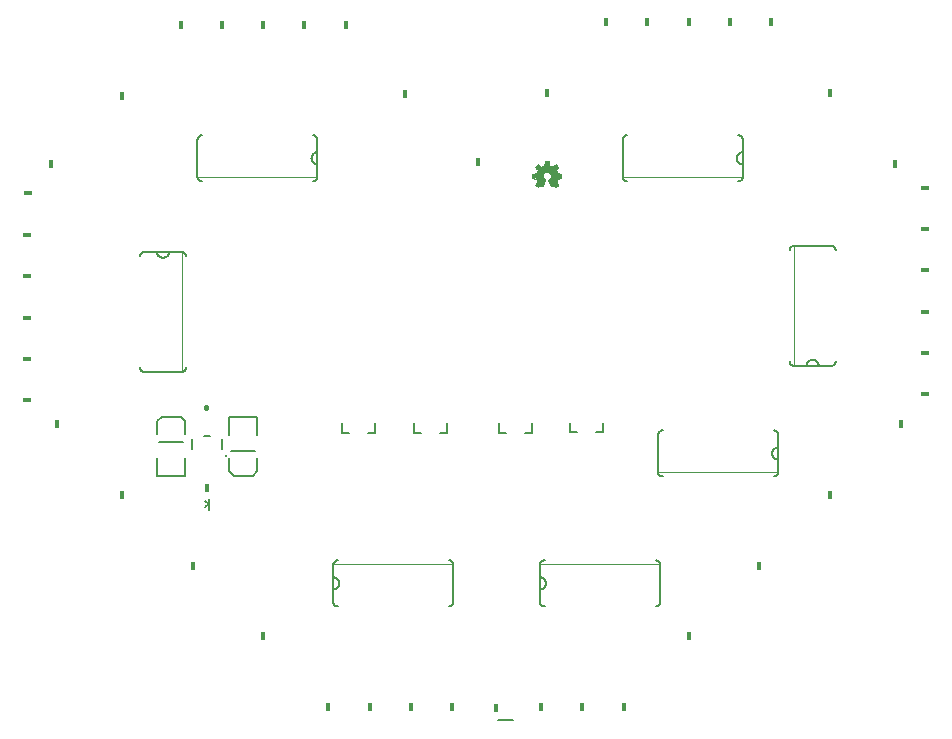
<source format=gbo>
G75*
%MOIN*%
%OFA0B0*%
%FSLAX25Y25*%
%IPPOS*%
%LPD*%
%AMOC8*
5,1,8,0,0,1.08239X$1,22.5*
%
%ADD10R,0.01500X0.03000*%
%ADD11R,0.03000X0.01500*%
%ADD12C,0.00800*%
%ADD13C,0.01000*%
%ADD14C,0.00500*%
%ADD15C,0.01500*%
%ADD16C,0.00600*%
%ADD17C,0.00200*%
%ADD18C,0.00299*%
D10*
X0086240Y0075805D03*
X0107894Y0052183D03*
X0121673Y0052183D03*
X0135453Y0052183D03*
X0149232Y0052183D03*
X0163760Y0052065D03*
X0178760Y0052183D03*
X0192539Y0052183D03*
X0206319Y0052183D03*
X0227972Y0075805D03*
X0251594Y0099427D03*
X0275217Y0123049D03*
X0298839Y0146671D03*
X0296870Y0233285D03*
X0275217Y0256907D03*
X0255531Y0280530D03*
X0241752Y0280530D03*
X0227972Y0280530D03*
X0214193Y0280530D03*
X0200413Y0280530D03*
X0180728Y0256907D03*
X0157618Y0233797D03*
X0133366Y0256514D03*
X0113878Y0279624D03*
X0099941Y0279703D03*
X0086083Y0279624D03*
X0072382Y0279545D03*
X0058720Y0279506D03*
X0039035Y0255884D03*
X0015295Y0233285D03*
X0017343Y0146671D03*
X0038996Y0123049D03*
X0062618Y0099427D03*
X0067343Y0125411D03*
D11*
X0007500Y0154545D03*
X0007500Y0168325D03*
X0007500Y0182104D03*
X0007500Y0195884D03*
X0007500Y0209663D03*
X0007933Y0223640D03*
X0306713Y0225411D03*
X0306713Y0211632D03*
X0306713Y0197852D03*
X0306713Y0184073D03*
X0306713Y0170293D03*
X0306713Y0156514D03*
D12*
X0199587Y0147026D02*
X0199587Y0143876D01*
X0197224Y0143876D01*
X0190925Y0143876D02*
X0188563Y0143876D01*
X0188563Y0147026D01*
X0175846Y0146829D02*
X0175846Y0143679D01*
X0173484Y0143679D01*
X0167185Y0143679D02*
X0164823Y0143679D01*
X0164823Y0146829D01*
X0147500Y0146868D02*
X0147500Y0143719D01*
X0145138Y0143719D01*
X0138839Y0143719D02*
X0136476Y0143719D01*
X0136476Y0146868D01*
X0123524Y0146907D02*
X0123524Y0143758D01*
X0121161Y0143758D01*
X0114862Y0143758D02*
X0112500Y0143758D01*
X0112500Y0146907D01*
X0084272Y0148955D02*
X0084272Y0143049D01*
X0084272Y0148955D02*
X0074823Y0148955D01*
X0074823Y0143049D01*
X0072343Y0141669D02*
X0072343Y0138288D01*
X0074823Y0135175D02*
X0074823Y0130844D01*
X0076398Y0129270D01*
X0082697Y0129270D01*
X0084272Y0130844D01*
X0084272Y0135175D01*
X0068399Y0142769D02*
X0066286Y0142769D01*
X0062343Y0141669D02*
X0062343Y0138288D01*
X0060256Y0143128D02*
X0060256Y0147459D01*
X0058681Y0149033D01*
X0052382Y0149033D01*
X0050807Y0147459D01*
X0050807Y0143128D01*
X0050807Y0135254D02*
X0050807Y0129348D01*
X0060256Y0129348D01*
X0060256Y0135254D01*
X0068012Y0121711D02*
X0068012Y0119900D01*
X0066791Y0120820D01*
X0068012Y0119900D02*
X0068012Y0118089D01*
X0066791Y0119040D02*
X0067951Y0119800D01*
X0164449Y0047872D02*
X0169449Y0047872D01*
D13*
X0073643Y0135978D03*
D14*
X0075547Y0137612D02*
X0083547Y0137612D01*
X0059531Y0140691D02*
X0051531Y0140691D01*
D15*
X0066949Y0152073D02*
X0066949Y0152293D01*
D16*
X0058976Y0164073D02*
X0046576Y0164073D01*
X0046500Y0164075D01*
X0046424Y0164081D01*
X0046349Y0164090D01*
X0046274Y0164104D01*
X0046200Y0164121D01*
X0046127Y0164142D01*
X0046055Y0164166D01*
X0045984Y0164195D01*
X0045915Y0164226D01*
X0045848Y0164261D01*
X0045783Y0164300D01*
X0045719Y0164342D01*
X0045658Y0164387D01*
X0045599Y0164435D01*
X0045543Y0164486D01*
X0045489Y0164540D01*
X0045438Y0164596D01*
X0045390Y0164655D01*
X0045345Y0164716D01*
X0045303Y0164780D01*
X0045264Y0164845D01*
X0045229Y0164912D01*
X0045198Y0164981D01*
X0045169Y0165052D01*
X0045145Y0165124D01*
X0045124Y0165197D01*
X0045107Y0165271D01*
X0045093Y0165346D01*
X0045084Y0165421D01*
X0045078Y0165497D01*
X0045076Y0165573D01*
X0058976Y0164073D02*
X0059052Y0164075D01*
X0059128Y0164081D01*
X0059203Y0164090D01*
X0059278Y0164104D01*
X0059352Y0164121D01*
X0059425Y0164142D01*
X0059497Y0164166D01*
X0059568Y0164195D01*
X0059637Y0164226D01*
X0059704Y0164261D01*
X0059769Y0164300D01*
X0059833Y0164342D01*
X0059894Y0164387D01*
X0059953Y0164435D01*
X0060009Y0164486D01*
X0060063Y0164540D01*
X0060114Y0164596D01*
X0060162Y0164655D01*
X0060207Y0164716D01*
X0060249Y0164780D01*
X0060288Y0164845D01*
X0060323Y0164912D01*
X0060354Y0164981D01*
X0060383Y0165052D01*
X0060407Y0165124D01*
X0060428Y0165197D01*
X0060445Y0165271D01*
X0060459Y0165346D01*
X0060468Y0165421D01*
X0060474Y0165497D01*
X0060476Y0165573D01*
X0060476Y0202573D02*
X0060474Y0202649D01*
X0060468Y0202725D01*
X0060459Y0202800D01*
X0060445Y0202875D01*
X0060428Y0202949D01*
X0060407Y0203022D01*
X0060383Y0203094D01*
X0060354Y0203165D01*
X0060323Y0203234D01*
X0060288Y0203301D01*
X0060249Y0203366D01*
X0060207Y0203430D01*
X0060162Y0203491D01*
X0060114Y0203550D01*
X0060063Y0203606D01*
X0060009Y0203660D01*
X0059953Y0203711D01*
X0059894Y0203759D01*
X0059833Y0203804D01*
X0059769Y0203846D01*
X0059704Y0203885D01*
X0059637Y0203920D01*
X0059568Y0203951D01*
X0059497Y0203980D01*
X0059425Y0204004D01*
X0059352Y0204025D01*
X0059278Y0204042D01*
X0059203Y0204056D01*
X0059128Y0204065D01*
X0059052Y0204071D01*
X0058976Y0204073D01*
X0054776Y0204073D01*
X0050776Y0204073D01*
X0046576Y0204073D01*
X0046500Y0204071D01*
X0046424Y0204065D01*
X0046349Y0204056D01*
X0046274Y0204042D01*
X0046200Y0204025D01*
X0046127Y0204004D01*
X0046055Y0203980D01*
X0045984Y0203951D01*
X0045915Y0203920D01*
X0045848Y0203885D01*
X0045783Y0203846D01*
X0045719Y0203804D01*
X0045658Y0203759D01*
X0045599Y0203711D01*
X0045543Y0203660D01*
X0045489Y0203606D01*
X0045438Y0203550D01*
X0045390Y0203491D01*
X0045345Y0203430D01*
X0045303Y0203366D01*
X0045264Y0203301D01*
X0045229Y0203234D01*
X0045198Y0203165D01*
X0045169Y0203094D01*
X0045145Y0203022D01*
X0045124Y0202949D01*
X0045107Y0202875D01*
X0045093Y0202800D01*
X0045084Y0202725D01*
X0045078Y0202649D01*
X0045076Y0202573D01*
X0050776Y0204073D02*
X0050778Y0203985D01*
X0050784Y0203896D01*
X0050794Y0203808D01*
X0050807Y0203721D01*
X0050825Y0203634D01*
X0050846Y0203548D01*
X0050871Y0203463D01*
X0050900Y0203380D01*
X0050933Y0203297D01*
X0050969Y0203217D01*
X0051008Y0203138D01*
X0051051Y0203060D01*
X0051098Y0202985D01*
X0051148Y0202912D01*
X0051201Y0202841D01*
X0051257Y0202772D01*
X0051316Y0202706D01*
X0051378Y0202643D01*
X0051442Y0202583D01*
X0051509Y0202525D01*
X0051579Y0202471D01*
X0051651Y0202419D01*
X0051725Y0202371D01*
X0051802Y0202326D01*
X0051880Y0202285D01*
X0051960Y0202247D01*
X0052041Y0202213D01*
X0052124Y0202182D01*
X0052209Y0202155D01*
X0052294Y0202132D01*
X0052380Y0202113D01*
X0052468Y0202097D01*
X0052555Y0202085D01*
X0052643Y0202077D01*
X0052732Y0202073D01*
X0052820Y0202073D01*
X0052909Y0202077D01*
X0052997Y0202085D01*
X0053084Y0202097D01*
X0053172Y0202113D01*
X0053258Y0202132D01*
X0053343Y0202155D01*
X0053428Y0202182D01*
X0053511Y0202213D01*
X0053592Y0202247D01*
X0053672Y0202285D01*
X0053750Y0202326D01*
X0053827Y0202371D01*
X0053901Y0202419D01*
X0053973Y0202471D01*
X0054043Y0202525D01*
X0054110Y0202583D01*
X0054174Y0202643D01*
X0054236Y0202706D01*
X0054295Y0202772D01*
X0054351Y0202841D01*
X0054404Y0202912D01*
X0054454Y0202985D01*
X0054501Y0203060D01*
X0054544Y0203138D01*
X0054583Y0203217D01*
X0054619Y0203297D01*
X0054652Y0203380D01*
X0054681Y0203463D01*
X0054706Y0203548D01*
X0054727Y0203634D01*
X0054745Y0203721D01*
X0054758Y0203808D01*
X0054768Y0203896D01*
X0054774Y0203985D01*
X0054776Y0204073D01*
X0064272Y0229054D02*
X0064272Y0241454D01*
X0064274Y0241530D01*
X0064280Y0241606D01*
X0064289Y0241681D01*
X0064303Y0241756D01*
X0064320Y0241830D01*
X0064341Y0241903D01*
X0064365Y0241975D01*
X0064394Y0242046D01*
X0064425Y0242115D01*
X0064460Y0242182D01*
X0064499Y0242247D01*
X0064541Y0242311D01*
X0064586Y0242372D01*
X0064634Y0242431D01*
X0064685Y0242487D01*
X0064739Y0242541D01*
X0064795Y0242592D01*
X0064854Y0242640D01*
X0064915Y0242685D01*
X0064979Y0242727D01*
X0065044Y0242766D01*
X0065111Y0242801D01*
X0065180Y0242832D01*
X0065251Y0242861D01*
X0065323Y0242885D01*
X0065396Y0242906D01*
X0065470Y0242923D01*
X0065545Y0242937D01*
X0065620Y0242946D01*
X0065696Y0242952D01*
X0065772Y0242954D01*
X0064272Y0229054D02*
X0064274Y0228978D01*
X0064280Y0228902D01*
X0064289Y0228827D01*
X0064303Y0228752D01*
X0064320Y0228678D01*
X0064341Y0228605D01*
X0064365Y0228533D01*
X0064394Y0228462D01*
X0064425Y0228393D01*
X0064460Y0228326D01*
X0064499Y0228261D01*
X0064541Y0228197D01*
X0064586Y0228136D01*
X0064634Y0228077D01*
X0064685Y0228021D01*
X0064739Y0227967D01*
X0064795Y0227916D01*
X0064854Y0227868D01*
X0064915Y0227823D01*
X0064979Y0227781D01*
X0065044Y0227742D01*
X0065111Y0227707D01*
X0065180Y0227676D01*
X0065251Y0227647D01*
X0065323Y0227623D01*
X0065396Y0227602D01*
X0065470Y0227585D01*
X0065545Y0227571D01*
X0065620Y0227562D01*
X0065696Y0227556D01*
X0065772Y0227554D01*
X0102772Y0227554D02*
X0102848Y0227556D01*
X0102924Y0227562D01*
X0102999Y0227571D01*
X0103074Y0227585D01*
X0103148Y0227602D01*
X0103221Y0227623D01*
X0103293Y0227647D01*
X0103364Y0227676D01*
X0103433Y0227707D01*
X0103500Y0227742D01*
X0103565Y0227781D01*
X0103629Y0227823D01*
X0103690Y0227868D01*
X0103749Y0227916D01*
X0103805Y0227967D01*
X0103859Y0228021D01*
X0103910Y0228077D01*
X0103958Y0228136D01*
X0104003Y0228197D01*
X0104045Y0228261D01*
X0104084Y0228326D01*
X0104119Y0228393D01*
X0104150Y0228462D01*
X0104179Y0228533D01*
X0104203Y0228605D01*
X0104224Y0228678D01*
X0104241Y0228752D01*
X0104255Y0228827D01*
X0104264Y0228902D01*
X0104270Y0228978D01*
X0104272Y0229054D01*
X0104272Y0233254D01*
X0104272Y0237254D01*
X0104272Y0241454D01*
X0104270Y0241530D01*
X0104264Y0241606D01*
X0104255Y0241681D01*
X0104241Y0241756D01*
X0104224Y0241830D01*
X0104203Y0241903D01*
X0104179Y0241975D01*
X0104150Y0242046D01*
X0104119Y0242115D01*
X0104084Y0242182D01*
X0104045Y0242247D01*
X0104003Y0242311D01*
X0103958Y0242372D01*
X0103910Y0242431D01*
X0103859Y0242487D01*
X0103805Y0242541D01*
X0103749Y0242592D01*
X0103690Y0242640D01*
X0103629Y0242685D01*
X0103565Y0242727D01*
X0103500Y0242766D01*
X0103433Y0242801D01*
X0103364Y0242832D01*
X0103293Y0242861D01*
X0103221Y0242885D01*
X0103148Y0242906D01*
X0103074Y0242923D01*
X0102999Y0242937D01*
X0102924Y0242946D01*
X0102848Y0242952D01*
X0102772Y0242954D01*
X0104272Y0237254D02*
X0104184Y0237252D01*
X0104095Y0237246D01*
X0104007Y0237236D01*
X0103920Y0237223D01*
X0103833Y0237205D01*
X0103747Y0237184D01*
X0103662Y0237159D01*
X0103579Y0237130D01*
X0103496Y0237097D01*
X0103416Y0237061D01*
X0103337Y0237022D01*
X0103259Y0236979D01*
X0103184Y0236932D01*
X0103111Y0236882D01*
X0103040Y0236829D01*
X0102971Y0236773D01*
X0102905Y0236714D01*
X0102842Y0236652D01*
X0102782Y0236588D01*
X0102724Y0236521D01*
X0102670Y0236451D01*
X0102618Y0236379D01*
X0102570Y0236305D01*
X0102525Y0236228D01*
X0102484Y0236150D01*
X0102446Y0236070D01*
X0102412Y0235989D01*
X0102381Y0235906D01*
X0102354Y0235821D01*
X0102331Y0235736D01*
X0102312Y0235650D01*
X0102296Y0235562D01*
X0102284Y0235475D01*
X0102276Y0235387D01*
X0102272Y0235298D01*
X0102272Y0235210D01*
X0102276Y0235121D01*
X0102284Y0235033D01*
X0102296Y0234946D01*
X0102312Y0234858D01*
X0102331Y0234772D01*
X0102354Y0234687D01*
X0102381Y0234602D01*
X0102412Y0234519D01*
X0102446Y0234438D01*
X0102484Y0234358D01*
X0102525Y0234280D01*
X0102570Y0234203D01*
X0102618Y0234129D01*
X0102670Y0234057D01*
X0102724Y0233987D01*
X0102782Y0233920D01*
X0102842Y0233856D01*
X0102905Y0233794D01*
X0102971Y0233735D01*
X0103040Y0233679D01*
X0103111Y0233626D01*
X0103184Y0233576D01*
X0103259Y0233529D01*
X0103337Y0233486D01*
X0103416Y0233447D01*
X0103496Y0233411D01*
X0103579Y0233378D01*
X0103662Y0233349D01*
X0103747Y0233324D01*
X0103833Y0233303D01*
X0103920Y0233285D01*
X0104007Y0233272D01*
X0104095Y0233262D01*
X0104184Y0233256D01*
X0104272Y0233254D01*
X0206004Y0229054D02*
X0206004Y0241454D01*
X0206006Y0241530D01*
X0206012Y0241606D01*
X0206021Y0241681D01*
X0206035Y0241756D01*
X0206052Y0241830D01*
X0206073Y0241903D01*
X0206097Y0241975D01*
X0206126Y0242046D01*
X0206157Y0242115D01*
X0206192Y0242182D01*
X0206231Y0242247D01*
X0206273Y0242311D01*
X0206318Y0242372D01*
X0206366Y0242431D01*
X0206417Y0242487D01*
X0206471Y0242541D01*
X0206527Y0242592D01*
X0206586Y0242640D01*
X0206647Y0242685D01*
X0206711Y0242727D01*
X0206776Y0242766D01*
X0206843Y0242801D01*
X0206912Y0242832D01*
X0206983Y0242861D01*
X0207055Y0242885D01*
X0207128Y0242906D01*
X0207202Y0242923D01*
X0207277Y0242937D01*
X0207352Y0242946D01*
X0207428Y0242952D01*
X0207504Y0242954D01*
X0206004Y0229054D02*
X0206006Y0228978D01*
X0206012Y0228902D01*
X0206021Y0228827D01*
X0206035Y0228752D01*
X0206052Y0228678D01*
X0206073Y0228605D01*
X0206097Y0228533D01*
X0206126Y0228462D01*
X0206157Y0228393D01*
X0206192Y0228326D01*
X0206231Y0228261D01*
X0206273Y0228197D01*
X0206318Y0228136D01*
X0206366Y0228077D01*
X0206417Y0228021D01*
X0206471Y0227967D01*
X0206527Y0227916D01*
X0206586Y0227868D01*
X0206647Y0227823D01*
X0206711Y0227781D01*
X0206776Y0227742D01*
X0206843Y0227707D01*
X0206912Y0227676D01*
X0206983Y0227647D01*
X0207055Y0227623D01*
X0207128Y0227602D01*
X0207202Y0227585D01*
X0207277Y0227571D01*
X0207352Y0227562D01*
X0207428Y0227556D01*
X0207504Y0227554D01*
X0244504Y0227554D02*
X0244580Y0227556D01*
X0244656Y0227562D01*
X0244731Y0227571D01*
X0244806Y0227585D01*
X0244880Y0227602D01*
X0244953Y0227623D01*
X0245025Y0227647D01*
X0245096Y0227676D01*
X0245165Y0227707D01*
X0245232Y0227742D01*
X0245297Y0227781D01*
X0245361Y0227823D01*
X0245422Y0227868D01*
X0245481Y0227916D01*
X0245537Y0227967D01*
X0245591Y0228021D01*
X0245642Y0228077D01*
X0245690Y0228136D01*
X0245735Y0228197D01*
X0245777Y0228261D01*
X0245816Y0228326D01*
X0245851Y0228393D01*
X0245882Y0228462D01*
X0245911Y0228533D01*
X0245935Y0228605D01*
X0245956Y0228678D01*
X0245973Y0228752D01*
X0245987Y0228827D01*
X0245996Y0228902D01*
X0246002Y0228978D01*
X0246004Y0229054D01*
X0246004Y0233254D01*
X0246004Y0237254D01*
X0246004Y0241454D01*
X0246002Y0241530D01*
X0245996Y0241606D01*
X0245987Y0241681D01*
X0245973Y0241756D01*
X0245956Y0241830D01*
X0245935Y0241903D01*
X0245911Y0241975D01*
X0245882Y0242046D01*
X0245851Y0242115D01*
X0245816Y0242182D01*
X0245777Y0242247D01*
X0245735Y0242311D01*
X0245690Y0242372D01*
X0245642Y0242431D01*
X0245591Y0242487D01*
X0245537Y0242541D01*
X0245481Y0242592D01*
X0245422Y0242640D01*
X0245361Y0242685D01*
X0245297Y0242727D01*
X0245232Y0242766D01*
X0245165Y0242801D01*
X0245096Y0242832D01*
X0245025Y0242861D01*
X0244953Y0242885D01*
X0244880Y0242906D01*
X0244806Y0242923D01*
X0244731Y0242937D01*
X0244656Y0242946D01*
X0244580Y0242952D01*
X0244504Y0242954D01*
X0246004Y0237254D02*
X0245916Y0237252D01*
X0245827Y0237246D01*
X0245739Y0237236D01*
X0245652Y0237223D01*
X0245565Y0237205D01*
X0245479Y0237184D01*
X0245394Y0237159D01*
X0245311Y0237130D01*
X0245228Y0237097D01*
X0245148Y0237061D01*
X0245069Y0237022D01*
X0244991Y0236979D01*
X0244916Y0236932D01*
X0244843Y0236882D01*
X0244772Y0236829D01*
X0244703Y0236773D01*
X0244637Y0236714D01*
X0244574Y0236652D01*
X0244514Y0236588D01*
X0244456Y0236521D01*
X0244402Y0236451D01*
X0244350Y0236379D01*
X0244302Y0236305D01*
X0244257Y0236228D01*
X0244216Y0236150D01*
X0244178Y0236070D01*
X0244144Y0235989D01*
X0244113Y0235906D01*
X0244086Y0235821D01*
X0244063Y0235736D01*
X0244044Y0235650D01*
X0244028Y0235562D01*
X0244016Y0235475D01*
X0244008Y0235387D01*
X0244004Y0235298D01*
X0244004Y0235210D01*
X0244008Y0235121D01*
X0244016Y0235033D01*
X0244028Y0234946D01*
X0244044Y0234858D01*
X0244063Y0234772D01*
X0244086Y0234687D01*
X0244113Y0234602D01*
X0244144Y0234519D01*
X0244178Y0234438D01*
X0244216Y0234358D01*
X0244257Y0234280D01*
X0244302Y0234203D01*
X0244350Y0234129D01*
X0244402Y0234057D01*
X0244456Y0233987D01*
X0244514Y0233920D01*
X0244574Y0233856D01*
X0244637Y0233794D01*
X0244703Y0233735D01*
X0244772Y0233679D01*
X0244843Y0233626D01*
X0244916Y0233576D01*
X0244991Y0233529D01*
X0245069Y0233486D01*
X0245148Y0233447D01*
X0245228Y0233411D01*
X0245311Y0233378D01*
X0245394Y0233349D01*
X0245479Y0233324D01*
X0245565Y0233303D01*
X0245652Y0233285D01*
X0245739Y0233272D01*
X0245827Y0233262D01*
X0245916Y0233256D01*
X0246004Y0233254D01*
X0263111Y0206041D02*
X0275511Y0206041D01*
X0275587Y0206039D01*
X0275663Y0206033D01*
X0275738Y0206024D01*
X0275813Y0206010D01*
X0275887Y0205993D01*
X0275960Y0205972D01*
X0276032Y0205948D01*
X0276103Y0205919D01*
X0276172Y0205888D01*
X0276239Y0205853D01*
X0276304Y0205814D01*
X0276368Y0205772D01*
X0276429Y0205727D01*
X0276488Y0205679D01*
X0276544Y0205628D01*
X0276598Y0205574D01*
X0276649Y0205518D01*
X0276697Y0205459D01*
X0276742Y0205398D01*
X0276784Y0205334D01*
X0276823Y0205269D01*
X0276858Y0205202D01*
X0276889Y0205133D01*
X0276918Y0205062D01*
X0276942Y0204990D01*
X0276963Y0204917D01*
X0276980Y0204843D01*
X0276994Y0204768D01*
X0277003Y0204693D01*
X0277009Y0204617D01*
X0277011Y0204541D01*
X0263111Y0206041D02*
X0263035Y0206039D01*
X0262959Y0206033D01*
X0262884Y0206024D01*
X0262809Y0206010D01*
X0262735Y0205993D01*
X0262662Y0205972D01*
X0262590Y0205948D01*
X0262519Y0205919D01*
X0262450Y0205888D01*
X0262383Y0205853D01*
X0262318Y0205814D01*
X0262254Y0205772D01*
X0262193Y0205727D01*
X0262134Y0205679D01*
X0262078Y0205628D01*
X0262024Y0205574D01*
X0261973Y0205518D01*
X0261925Y0205459D01*
X0261880Y0205398D01*
X0261838Y0205334D01*
X0261799Y0205269D01*
X0261764Y0205202D01*
X0261733Y0205133D01*
X0261704Y0205062D01*
X0261680Y0204990D01*
X0261659Y0204917D01*
X0261642Y0204843D01*
X0261628Y0204768D01*
X0261619Y0204693D01*
X0261613Y0204617D01*
X0261611Y0204541D01*
X0261611Y0167541D02*
X0261613Y0167465D01*
X0261619Y0167389D01*
X0261628Y0167314D01*
X0261642Y0167239D01*
X0261659Y0167165D01*
X0261680Y0167092D01*
X0261704Y0167020D01*
X0261733Y0166949D01*
X0261764Y0166880D01*
X0261799Y0166813D01*
X0261838Y0166748D01*
X0261880Y0166684D01*
X0261925Y0166623D01*
X0261973Y0166564D01*
X0262024Y0166508D01*
X0262078Y0166454D01*
X0262134Y0166403D01*
X0262193Y0166355D01*
X0262254Y0166310D01*
X0262318Y0166268D01*
X0262383Y0166229D01*
X0262450Y0166194D01*
X0262519Y0166163D01*
X0262590Y0166134D01*
X0262662Y0166110D01*
X0262735Y0166089D01*
X0262809Y0166072D01*
X0262884Y0166058D01*
X0262959Y0166049D01*
X0263035Y0166043D01*
X0263111Y0166041D01*
X0267311Y0166041D01*
X0271311Y0166041D01*
X0275511Y0166041D01*
X0275587Y0166043D01*
X0275663Y0166049D01*
X0275738Y0166058D01*
X0275813Y0166072D01*
X0275887Y0166089D01*
X0275960Y0166110D01*
X0276032Y0166134D01*
X0276103Y0166163D01*
X0276172Y0166194D01*
X0276239Y0166229D01*
X0276304Y0166268D01*
X0276368Y0166310D01*
X0276429Y0166355D01*
X0276488Y0166403D01*
X0276544Y0166454D01*
X0276598Y0166508D01*
X0276649Y0166564D01*
X0276697Y0166623D01*
X0276742Y0166684D01*
X0276784Y0166748D01*
X0276823Y0166813D01*
X0276858Y0166880D01*
X0276889Y0166949D01*
X0276918Y0167020D01*
X0276942Y0167092D01*
X0276963Y0167165D01*
X0276980Y0167239D01*
X0276994Y0167314D01*
X0277003Y0167389D01*
X0277009Y0167465D01*
X0277011Y0167541D01*
X0271311Y0166041D02*
X0271309Y0166129D01*
X0271303Y0166218D01*
X0271293Y0166306D01*
X0271280Y0166393D01*
X0271262Y0166480D01*
X0271241Y0166566D01*
X0271216Y0166651D01*
X0271187Y0166734D01*
X0271154Y0166817D01*
X0271118Y0166897D01*
X0271079Y0166976D01*
X0271036Y0167054D01*
X0270989Y0167129D01*
X0270939Y0167202D01*
X0270886Y0167273D01*
X0270830Y0167342D01*
X0270771Y0167408D01*
X0270709Y0167471D01*
X0270645Y0167531D01*
X0270578Y0167589D01*
X0270508Y0167643D01*
X0270436Y0167695D01*
X0270362Y0167743D01*
X0270285Y0167788D01*
X0270207Y0167829D01*
X0270127Y0167867D01*
X0270046Y0167901D01*
X0269963Y0167932D01*
X0269878Y0167959D01*
X0269793Y0167982D01*
X0269707Y0168001D01*
X0269619Y0168017D01*
X0269532Y0168029D01*
X0269444Y0168037D01*
X0269355Y0168041D01*
X0269267Y0168041D01*
X0269178Y0168037D01*
X0269090Y0168029D01*
X0269003Y0168017D01*
X0268915Y0168001D01*
X0268829Y0167982D01*
X0268744Y0167959D01*
X0268659Y0167932D01*
X0268576Y0167901D01*
X0268495Y0167867D01*
X0268415Y0167829D01*
X0268337Y0167788D01*
X0268260Y0167743D01*
X0268186Y0167695D01*
X0268114Y0167643D01*
X0268044Y0167589D01*
X0267977Y0167531D01*
X0267913Y0167471D01*
X0267851Y0167408D01*
X0267792Y0167342D01*
X0267736Y0167273D01*
X0267683Y0167202D01*
X0267633Y0167129D01*
X0267586Y0167054D01*
X0267543Y0166976D01*
X0267504Y0166897D01*
X0267468Y0166817D01*
X0267435Y0166734D01*
X0267406Y0166651D01*
X0267381Y0166566D01*
X0267360Y0166480D01*
X0267342Y0166393D01*
X0267329Y0166306D01*
X0267319Y0166218D01*
X0267313Y0166129D01*
X0267311Y0166041D01*
X0257815Y0143029D02*
X0257815Y0138829D01*
X0257815Y0134829D01*
X0257815Y0130629D01*
X0257813Y0130553D01*
X0257807Y0130477D01*
X0257798Y0130402D01*
X0257784Y0130327D01*
X0257767Y0130253D01*
X0257746Y0130180D01*
X0257722Y0130108D01*
X0257693Y0130037D01*
X0257662Y0129968D01*
X0257627Y0129901D01*
X0257588Y0129836D01*
X0257546Y0129772D01*
X0257501Y0129711D01*
X0257453Y0129652D01*
X0257402Y0129596D01*
X0257348Y0129542D01*
X0257292Y0129491D01*
X0257233Y0129443D01*
X0257172Y0129398D01*
X0257108Y0129356D01*
X0257043Y0129317D01*
X0256976Y0129282D01*
X0256907Y0129251D01*
X0256836Y0129222D01*
X0256764Y0129198D01*
X0256691Y0129177D01*
X0256617Y0129160D01*
X0256542Y0129146D01*
X0256467Y0129137D01*
X0256391Y0129131D01*
X0256315Y0129129D01*
X0257815Y0134829D02*
X0257727Y0134831D01*
X0257638Y0134837D01*
X0257550Y0134847D01*
X0257463Y0134860D01*
X0257376Y0134878D01*
X0257290Y0134899D01*
X0257205Y0134924D01*
X0257122Y0134953D01*
X0257039Y0134986D01*
X0256959Y0135022D01*
X0256880Y0135061D01*
X0256802Y0135104D01*
X0256727Y0135151D01*
X0256654Y0135201D01*
X0256583Y0135254D01*
X0256514Y0135310D01*
X0256448Y0135369D01*
X0256385Y0135431D01*
X0256325Y0135495D01*
X0256267Y0135562D01*
X0256213Y0135632D01*
X0256161Y0135704D01*
X0256113Y0135778D01*
X0256068Y0135855D01*
X0256027Y0135933D01*
X0255989Y0136013D01*
X0255955Y0136094D01*
X0255924Y0136177D01*
X0255897Y0136262D01*
X0255874Y0136347D01*
X0255855Y0136433D01*
X0255839Y0136521D01*
X0255827Y0136608D01*
X0255819Y0136696D01*
X0255815Y0136785D01*
X0255815Y0136873D01*
X0255819Y0136962D01*
X0255827Y0137050D01*
X0255839Y0137137D01*
X0255855Y0137225D01*
X0255874Y0137311D01*
X0255897Y0137396D01*
X0255924Y0137481D01*
X0255955Y0137564D01*
X0255989Y0137645D01*
X0256027Y0137725D01*
X0256068Y0137803D01*
X0256113Y0137880D01*
X0256161Y0137954D01*
X0256213Y0138026D01*
X0256267Y0138096D01*
X0256325Y0138163D01*
X0256385Y0138227D01*
X0256448Y0138289D01*
X0256514Y0138348D01*
X0256583Y0138404D01*
X0256654Y0138457D01*
X0256727Y0138507D01*
X0256802Y0138554D01*
X0256880Y0138597D01*
X0256959Y0138636D01*
X0257039Y0138672D01*
X0257122Y0138705D01*
X0257205Y0138734D01*
X0257290Y0138759D01*
X0257376Y0138780D01*
X0257463Y0138798D01*
X0257550Y0138811D01*
X0257638Y0138821D01*
X0257727Y0138827D01*
X0257815Y0138829D01*
X0257815Y0143029D02*
X0257813Y0143105D01*
X0257807Y0143181D01*
X0257798Y0143256D01*
X0257784Y0143331D01*
X0257767Y0143405D01*
X0257746Y0143478D01*
X0257722Y0143550D01*
X0257693Y0143621D01*
X0257662Y0143690D01*
X0257627Y0143757D01*
X0257588Y0143822D01*
X0257546Y0143886D01*
X0257501Y0143947D01*
X0257453Y0144006D01*
X0257402Y0144062D01*
X0257348Y0144116D01*
X0257292Y0144167D01*
X0257233Y0144215D01*
X0257172Y0144260D01*
X0257108Y0144302D01*
X0257043Y0144341D01*
X0256976Y0144376D01*
X0256907Y0144407D01*
X0256836Y0144436D01*
X0256764Y0144460D01*
X0256691Y0144481D01*
X0256617Y0144498D01*
X0256542Y0144512D01*
X0256467Y0144521D01*
X0256391Y0144527D01*
X0256315Y0144529D01*
X0219315Y0144529D02*
X0219239Y0144527D01*
X0219163Y0144521D01*
X0219088Y0144512D01*
X0219013Y0144498D01*
X0218939Y0144481D01*
X0218866Y0144460D01*
X0218794Y0144436D01*
X0218723Y0144407D01*
X0218654Y0144376D01*
X0218587Y0144341D01*
X0218522Y0144302D01*
X0218458Y0144260D01*
X0218397Y0144215D01*
X0218338Y0144167D01*
X0218282Y0144116D01*
X0218228Y0144062D01*
X0218177Y0144006D01*
X0218129Y0143947D01*
X0218084Y0143886D01*
X0218042Y0143822D01*
X0218003Y0143757D01*
X0217968Y0143690D01*
X0217937Y0143621D01*
X0217908Y0143550D01*
X0217884Y0143478D01*
X0217863Y0143405D01*
X0217846Y0143331D01*
X0217832Y0143256D01*
X0217823Y0143181D01*
X0217817Y0143105D01*
X0217815Y0143029D01*
X0217815Y0130629D01*
X0217817Y0130553D01*
X0217823Y0130477D01*
X0217832Y0130402D01*
X0217846Y0130327D01*
X0217863Y0130253D01*
X0217884Y0130180D01*
X0217908Y0130108D01*
X0217937Y0130037D01*
X0217968Y0129968D01*
X0218003Y0129901D01*
X0218042Y0129836D01*
X0218084Y0129772D01*
X0218129Y0129711D01*
X0218177Y0129652D01*
X0218228Y0129596D01*
X0218282Y0129542D01*
X0218338Y0129491D01*
X0218397Y0129443D01*
X0218458Y0129398D01*
X0218522Y0129356D01*
X0218587Y0129317D01*
X0218654Y0129282D01*
X0218723Y0129251D01*
X0218794Y0129222D01*
X0218866Y0129198D01*
X0218939Y0129177D01*
X0219013Y0129160D01*
X0219088Y0129146D01*
X0219163Y0129137D01*
X0219239Y0129131D01*
X0219315Y0129129D01*
X0218445Y0099722D02*
X0218445Y0087322D01*
X0218443Y0087246D01*
X0218437Y0087170D01*
X0218428Y0087095D01*
X0218414Y0087020D01*
X0218397Y0086946D01*
X0218376Y0086873D01*
X0218352Y0086801D01*
X0218323Y0086730D01*
X0218292Y0086661D01*
X0218257Y0086594D01*
X0218218Y0086529D01*
X0218176Y0086465D01*
X0218131Y0086404D01*
X0218083Y0086345D01*
X0218032Y0086289D01*
X0217978Y0086235D01*
X0217922Y0086184D01*
X0217863Y0086136D01*
X0217802Y0086091D01*
X0217738Y0086049D01*
X0217673Y0086010D01*
X0217606Y0085975D01*
X0217537Y0085944D01*
X0217466Y0085915D01*
X0217394Y0085891D01*
X0217321Y0085870D01*
X0217247Y0085853D01*
X0217172Y0085839D01*
X0217097Y0085830D01*
X0217021Y0085824D01*
X0216945Y0085822D01*
X0218445Y0099722D02*
X0218443Y0099798D01*
X0218437Y0099874D01*
X0218428Y0099949D01*
X0218414Y0100024D01*
X0218397Y0100098D01*
X0218376Y0100171D01*
X0218352Y0100243D01*
X0218323Y0100314D01*
X0218292Y0100383D01*
X0218257Y0100450D01*
X0218218Y0100515D01*
X0218176Y0100579D01*
X0218131Y0100640D01*
X0218083Y0100699D01*
X0218032Y0100755D01*
X0217978Y0100809D01*
X0217922Y0100860D01*
X0217863Y0100908D01*
X0217802Y0100953D01*
X0217738Y0100995D01*
X0217673Y0101034D01*
X0217606Y0101069D01*
X0217537Y0101100D01*
X0217466Y0101129D01*
X0217394Y0101153D01*
X0217321Y0101174D01*
X0217247Y0101191D01*
X0217172Y0101205D01*
X0217097Y0101214D01*
X0217021Y0101220D01*
X0216945Y0101222D01*
X0179945Y0101222D02*
X0179869Y0101220D01*
X0179793Y0101214D01*
X0179718Y0101205D01*
X0179643Y0101191D01*
X0179569Y0101174D01*
X0179496Y0101153D01*
X0179424Y0101129D01*
X0179353Y0101100D01*
X0179284Y0101069D01*
X0179217Y0101034D01*
X0179152Y0100995D01*
X0179088Y0100953D01*
X0179027Y0100908D01*
X0178968Y0100860D01*
X0178912Y0100809D01*
X0178858Y0100755D01*
X0178807Y0100699D01*
X0178759Y0100640D01*
X0178714Y0100579D01*
X0178672Y0100515D01*
X0178633Y0100450D01*
X0178598Y0100383D01*
X0178567Y0100314D01*
X0178538Y0100243D01*
X0178514Y0100171D01*
X0178493Y0100098D01*
X0178476Y0100024D01*
X0178462Y0099949D01*
X0178453Y0099874D01*
X0178447Y0099798D01*
X0178445Y0099722D01*
X0178445Y0095522D01*
X0178445Y0091522D01*
X0178445Y0087322D01*
X0178447Y0087246D01*
X0178453Y0087170D01*
X0178462Y0087095D01*
X0178476Y0087020D01*
X0178493Y0086946D01*
X0178514Y0086873D01*
X0178538Y0086801D01*
X0178567Y0086730D01*
X0178598Y0086661D01*
X0178633Y0086594D01*
X0178672Y0086529D01*
X0178714Y0086465D01*
X0178759Y0086404D01*
X0178807Y0086345D01*
X0178858Y0086289D01*
X0178912Y0086235D01*
X0178968Y0086184D01*
X0179027Y0086136D01*
X0179088Y0086091D01*
X0179152Y0086049D01*
X0179217Y0086010D01*
X0179284Y0085975D01*
X0179353Y0085944D01*
X0179424Y0085915D01*
X0179496Y0085891D01*
X0179569Y0085870D01*
X0179643Y0085853D01*
X0179718Y0085839D01*
X0179793Y0085830D01*
X0179869Y0085824D01*
X0179945Y0085822D01*
X0178445Y0091522D02*
X0178533Y0091524D01*
X0178622Y0091530D01*
X0178710Y0091540D01*
X0178797Y0091553D01*
X0178884Y0091571D01*
X0178970Y0091592D01*
X0179055Y0091617D01*
X0179138Y0091646D01*
X0179221Y0091679D01*
X0179301Y0091715D01*
X0179380Y0091754D01*
X0179458Y0091797D01*
X0179533Y0091844D01*
X0179606Y0091894D01*
X0179677Y0091947D01*
X0179746Y0092003D01*
X0179812Y0092062D01*
X0179875Y0092124D01*
X0179935Y0092188D01*
X0179993Y0092255D01*
X0180047Y0092325D01*
X0180099Y0092397D01*
X0180147Y0092471D01*
X0180192Y0092548D01*
X0180233Y0092626D01*
X0180271Y0092706D01*
X0180305Y0092787D01*
X0180336Y0092870D01*
X0180363Y0092955D01*
X0180386Y0093040D01*
X0180405Y0093126D01*
X0180421Y0093214D01*
X0180433Y0093301D01*
X0180441Y0093389D01*
X0180445Y0093478D01*
X0180445Y0093566D01*
X0180441Y0093655D01*
X0180433Y0093743D01*
X0180421Y0093830D01*
X0180405Y0093918D01*
X0180386Y0094004D01*
X0180363Y0094089D01*
X0180336Y0094174D01*
X0180305Y0094257D01*
X0180271Y0094338D01*
X0180233Y0094418D01*
X0180192Y0094496D01*
X0180147Y0094573D01*
X0180099Y0094647D01*
X0180047Y0094719D01*
X0179993Y0094789D01*
X0179935Y0094856D01*
X0179875Y0094920D01*
X0179812Y0094982D01*
X0179746Y0095041D01*
X0179677Y0095097D01*
X0179606Y0095150D01*
X0179533Y0095200D01*
X0179458Y0095247D01*
X0179380Y0095290D01*
X0179301Y0095329D01*
X0179221Y0095365D01*
X0179138Y0095398D01*
X0179055Y0095427D01*
X0178970Y0095452D01*
X0178884Y0095473D01*
X0178797Y0095491D01*
X0178710Y0095504D01*
X0178622Y0095514D01*
X0178533Y0095520D01*
X0178445Y0095522D01*
X0149547Y0099722D02*
X0149547Y0087322D01*
X0149545Y0087246D01*
X0149539Y0087170D01*
X0149530Y0087095D01*
X0149516Y0087020D01*
X0149499Y0086946D01*
X0149478Y0086873D01*
X0149454Y0086801D01*
X0149425Y0086730D01*
X0149394Y0086661D01*
X0149359Y0086594D01*
X0149320Y0086529D01*
X0149278Y0086465D01*
X0149233Y0086404D01*
X0149185Y0086345D01*
X0149134Y0086289D01*
X0149080Y0086235D01*
X0149024Y0086184D01*
X0148965Y0086136D01*
X0148904Y0086091D01*
X0148840Y0086049D01*
X0148775Y0086010D01*
X0148708Y0085975D01*
X0148639Y0085944D01*
X0148568Y0085915D01*
X0148496Y0085891D01*
X0148423Y0085870D01*
X0148349Y0085853D01*
X0148274Y0085839D01*
X0148199Y0085830D01*
X0148123Y0085824D01*
X0148047Y0085822D01*
X0149547Y0099722D02*
X0149545Y0099798D01*
X0149539Y0099874D01*
X0149530Y0099949D01*
X0149516Y0100024D01*
X0149499Y0100098D01*
X0149478Y0100171D01*
X0149454Y0100243D01*
X0149425Y0100314D01*
X0149394Y0100383D01*
X0149359Y0100450D01*
X0149320Y0100515D01*
X0149278Y0100579D01*
X0149233Y0100640D01*
X0149185Y0100699D01*
X0149134Y0100755D01*
X0149080Y0100809D01*
X0149024Y0100860D01*
X0148965Y0100908D01*
X0148904Y0100953D01*
X0148840Y0100995D01*
X0148775Y0101034D01*
X0148708Y0101069D01*
X0148639Y0101100D01*
X0148568Y0101129D01*
X0148496Y0101153D01*
X0148423Y0101174D01*
X0148349Y0101191D01*
X0148274Y0101205D01*
X0148199Y0101214D01*
X0148123Y0101220D01*
X0148047Y0101222D01*
X0111047Y0101222D02*
X0110971Y0101220D01*
X0110895Y0101214D01*
X0110820Y0101205D01*
X0110745Y0101191D01*
X0110671Y0101174D01*
X0110598Y0101153D01*
X0110526Y0101129D01*
X0110455Y0101100D01*
X0110386Y0101069D01*
X0110319Y0101034D01*
X0110254Y0100995D01*
X0110190Y0100953D01*
X0110129Y0100908D01*
X0110070Y0100860D01*
X0110014Y0100809D01*
X0109960Y0100755D01*
X0109909Y0100699D01*
X0109861Y0100640D01*
X0109816Y0100579D01*
X0109774Y0100515D01*
X0109735Y0100450D01*
X0109700Y0100383D01*
X0109669Y0100314D01*
X0109640Y0100243D01*
X0109616Y0100171D01*
X0109595Y0100098D01*
X0109578Y0100024D01*
X0109564Y0099949D01*
X0109555Y0099874D01*
X0109549Y0099798D01*
X0109547Y0099722D01*
X0109547Y0095522D01*
X0109547Y0091522D01*
X0109547Y0087322D01*
X0109549Y0087246D01*
X0109555Y0087170D01*
X0109564Y0087095D01*
X0109578Y0087020D01*
X0109595Y0086946D01*
X0109616Y0086873D01*
X0109640Y0086801D01*
X0109669Y0086730D01*
X0109700Y0086661D01*
X0109735Y0086594D01*
X0109774Y0086529D01*
X0109816Y0086465D01*
X0109861Y0086404D01*
X0109909Y0086345D01*
X0109960Y0086289D01*
X0110014Y0086235D01*
X0110070Y0086184D01*
X0110129Y0086136D01*
X0110190Y0086091D01*
X0110254Y0086049D01*
X0110319Y0086010D01*
X0110386Y0085975D01*
X0110455Y0085944D01*
X0110526Y0085915D01*
X0110598Y0085891D01*
X0110671Y0085870D01*
X0110745Y0085853D01*
X0110820Y0085839D01*
X0110895Y0085830D01*
X0110971Y0085824D01*
X0111047Y0085822D01*
X0109547Y0091522D02*
X0109635Y0091524D01*
X0109724Y0091530D01*
X0109812Y0091540D01*
X0109899Y0091553D01*
X0109986Y0091571D01*
X0110072Y0091592D01*
X0110157Y0091617D01*
X0110240Y0091646D01*
X0110323Y0091679D01*
X0110403Y0091715D01*
X0110482Y0091754D01*
X0110560Y0091797D01*
X0110635Y0091844D01*
X0110708Y0091894D01*
X0110779Y0091947D01*
X0110848Y0092003D01*
X0110914Y0092062D01*
X0110977Y0092124D01*
X0111037Y0092188D01*
X0111095Y0092255D01*
X0111149Y0092325D01*
X0111201Y0092397D01*
X0111249Y0092471D01*
X0111294Y0092548D01*
X0111335Y0092626D01*
X0111373Y0092706D01*
X0111407Y0092787D01*
X0111438Y0092870D01*
X0111465Y0092955D01*
X0111488Y0093040D01*
X0111507Y0093126D01*
X0111523Y0093214D01*
X0111535Y0093301D01*
X0111543Y0093389D01*
X0111547Y0093478D01*
X0111547Y0093566D01*
X0111543Y0093655D01*
X0111535Y0093743D01*
X0111523Y0093830D01*
X0111507Y0093918D01*
X0111488Y0094004D01*
X0111465Y0094089D01*
X0111438Y0094174D01*
X0111407Y0094257D01*
X0111373Y0094338D01*
X0111335Y0094418D01*
X0111294Y0094496D01*
X0111249Y0094573D01*
X0111201Y0094647D01*
X0111149Y0094719D01*
X0111095Y0094789D01*
X0111037Y0094856D01*
X0110977Y0094920D01*
X0110914Y0094982D01*
X0110848Y0095041D01*
X0110779Y0095097D01*
X0110708Y0095150D01*
X0110635Y0095200D01*
X0110560Y0095247D01*
X0110482Y0095290D01*
X0110403Y0095329D01*
X0110323Y0095365D01*
X0110240Y0095398D01*
X0110157Y0095427D01*
X0110072Y0095452D01*
X0109986Y0095473D01*
X0109899Y0095491D01*
X0109812Y0095504D01*
X0109724Y0095514D01*
X0109635Y0095520D01*
X0109547Y0095522D01*
D17*
X0109547Y0099822D02*
X0149547Y0099822D01*
X0178445Y0099822D02*
X0218445Y0099822D01*
X0217815Y0130529D02*
X0257815Y0130529D01*
X0263011Y0166041D02*
X0263011Y0206041D01*
X0246004Y0228954D02*
X0206004Y0228954D01*
X0104272Y0228954D02*
X0064272Y0228954D01*
X0059076Y0204073D02*
X0059076Y0164073D01*
D18*
X0175860Y0228669D02*
X0177238Y0228433D01*
X0177277Y0228393D01*
X0177277Y0228314D01*
X0177317Y0228236D01*
X0177317Y0228196D01*
X0177356Y0228118D01*
X0177356Y0228078D01*
X0177435Y0227921D01*
X0177435Y0227881D01*
X0177474Y0227803D01*
X0177513Y0227763D01*
X0177553Y0227685D01*
X0177553Y0227645D01*
X0177592Y0227566D01*
X0177631Y0227527D01*
X0177671Y0227448D01*
X0176844Y0226346D01*
X0177750Y0225440D01*
X0178891Y0226228D01*
X0178931Y0226228D01*
X0179009Y0226149D01*
X0179049Y0226149D01*
X0179088Y0226110D01*
X0179167Y0226110D01*
X0179206Y0226070D01*
X0179246Y0226070D01*
X0179285Y0226031D01*
X0179324Y0226031D01*
X0179364Y0225992D01*
X0179443Y0225992D01*
X0179443Y0225952D01*
X0180230Y0228078D01*
X0179994Y0228196D01*
X0179915Y0228275D01*
X0179836Y0228314D01*
X0179679Y0228472D01*
X0179639Y0228551D01*
X0179561Y0228629D01*
X0179521Y0228708D01*
X0179482Y0228826D01*
X0179443Y0228905D01*
X0179443Y0228984D01*
X0179403Y0229102D01*
X0179403Y0229456D01*
X0179443Y0229574D01*
X0179443Y0229692D01*
X0179521Y0229811D01*
X0179561Y0229929D01*
X0179718Y0230165D01*
X0179876Y0230322D01*
X0180112Y0230480D01*
X0180230Y0230519D01*
X0180348Y0230598D01*
X0180466Y0230598D01*
X0180584Y0230637D01*
X0180860Y0230637D01*
X0181017Y0230598D01*
X0181135Y0230598D01*
X0181254Y0230519D01*
X0181372Y0230480D01*
X0181490Y0230401D01*
X0181569Y0230322D01*
X0181687Y0230244D01*
X0181765Y0230165D01*
X0181923Y0229929D01*
X0182080Y0229456D01*
X0182080Y0229220D01*
X0182041Y0229102D01*
X0182041Y0228984D01*
X0181962Y0228826D01*
X0181923Y0228708D01*
X0181844Y0228551D01*
X0181765Y0228472D01*
X0181726Y0228393D01*
X0181647Y0228314D01*
X0181569Y0228275D01*
X0181490Y0228196D01*
X0181332Y0228118D01*
X0181214Y0228078D01*
X0182002Y0225952D01*
X0182041Y0225992D01*
X0182120Y0225992D01*
X0182159Y0226031D01*
X0182198Y0226031D01*
X0182238Y0226070D01*
X0182277Y0226070D01*
X0182317Y0226110D01*
X0182356Y0226110D01*
X0182395Y0226149D01*
X0182435Y0226149D01*
X0182474Y0226188D01*
X0182513Y0226188D01*
X0182553Y0226228D01*
X0182592Y0226228D01*
X0183734Y0225440D01*
X0184600Y0226346D01*
X0183813Y0227448D01*
X0183852Y0227527D01*
X0183852Y0227566D01*
X0183891Y0227645D01*
X0183931Y0227685D01*
X0183970Y0227763D01*
X0184009Y0227803D01*
X0184009Y0227881D01*
X0184049Y0227921D01*
X0184049Y0227999D01*
X0184088Y0228078D01*
X0184128Y0228118D01*
X0184128Y0228196D01*
X0184167Y0228236D01*
X0184167Y0228314D01*
X0184206Y0228393D01*
X0184206Y0228433D01*
X0185584Y0228669D01*
X0185584Y0229929D01*
X0184206Y0230165D01*
X0184206Y0230244D01*
X0184167Y0230322D01*
X0184167Y0230362D01*
X0184128Y0230440D01*
X0184128Y0230480D01*
X0184049Y0230637D01*
X0184049Y0230677D01*
X0184009Y0230755D01*
X0183970Y0230795D01*
X0183970Y0230873D01*
X0183931Y0230913D01*
X0183891Y0230992D01*
X0183852Y0231031D01*
X0183852Y0231110D01*
X0183813Y0231149D01*
X0184600Y0232291D01*
X0183734Y0233157D01*
X0182592Y0232370D01*
X0182513Y0232409D01*
X0182474Y0232448D01*
X0182395Y0232448D01*
X0182356Y0232488D01*
X0182277Y0232527D01*
X0182238Y0232566D01*
X0182159Y0232566D01*
X0182120Y0232606D01*
X0182041Y0232645D01*
X0182002Y0232645D01*
X0181923Y0232685D01*
X0181844Y0232685D01*
X0181805Y0232724D01*
X0181726Y0232724D01*
X0181647Y0232763D01*
X0181608Y0232763D01*
X0181372Y0234141D01*
X0180112Y0234141D01*
X0179876Y0232763D01*
X0179797Y0232763D01*
X0179718Y0232724D01*
X0179679Y0232724D01*
X0179600Y0232685D01*
X0179561Y0232685D01*
X0179482Y0232645D01*
X0179403Y0232645D01*
X0179364Y0232606D01*
X0179285Y0232566D01*
X0179246Y0232566D01*
X0179167Y0232527D01*
X0179128Y0232488D01*
X0179049Y0232448D01*
X0179009Y0232448D01*
X0178931Y0232409D01*
X0178891Y0232370D01*
X0177750Y0233157D01*
X0176844Y0232291D01*
X0177671Y0231149D01*
X0177631Y0231110D01*
X0177592Y0231031D01*
X0177553Y0230992D01*
X0177553Y0230913D01*
X0177513Y0230873D01*
X0177474Y0230795D01*
X0177435Y0230755D01*
X0177435Y0230677D01*
X0177395Y0230637D01*
X0177395Y0230559D01*
X0177356Y0230480D01*
X0177317Y0230440D01*
X0177317Y0230362D01*
X0177277Y0230322D01*
X0177277Y0230165D01*
X0175860Y0229929D01*
X0175860Y0228669D01*
X0175860Y0228776D02*
X0179498Y0228776D01*
X0179412Y0229074D02*
X0175860Y0229074D01*
X0175860Y0229372D02*
X0179403Y0229372D01*
X0179443Y0229670D02*
X0175860Y0229670D01*
X0176092Y0229967D02*
X0179586Y0229967D01*
X0179818Y0230265D02*
X0177277Y0230265D01*
X0177395Y0230563D02*
X0180295Y0230563D01*
X0181188Y0230563D02*
X0184086Y0230563D01*
X0184196Y0230265D02*
X0181654Y0230265D01*
X0181897Y0229967D02*
X0185358Y0229967D01*
X0185584Y0229670D02*
X0182009Y0229670D01*
X0182080Y0229372D02*
X0185584Y0229372D01*
X0185584Y0229074D02*
X0182041Y0229074D01*
X0181946Y0228776D02*
X0185584Y0228776D01*
X0184476Y0228479D02*
X0181772Y0228479D01*
X0181459Y0228181D02*
X0184128Y0228181D01*
X0184011Y0227883D02*
X0181286Y0227883D01*
X0181397Y0227586D02*
X0183862Y0227586D01*
X0183927Y0227288D02*
X0181507Y0227288D01*
X0181617Y0226990D02*
X0184140Y0226990D01*
X0184353Y0226692D02*
X0181727Y0226692D01*
X0181838Y0226395D02*
X0184565Y0226395D01*
X0184362Y0226097D02*
X0182782Y0226097D01*
X0182304Y0226097D02*
X0181948Y0226097D01*
X0183214Y0225799D02*
X0184077Y0225799D01*
X0183792Y0225502D02*
X0183645Y0225502D01*
X0179827Y0226990D02*
X0177327Y0226990D01*
X0177104Y0226692D02*
X0179717Y0226692D01*
X0179606Y0226395D02*
X0176881Y0226395D01*
X0177093Y0226097D02*
X0178702Y0226097D01*
X0179180Y0226097D02*
X0179496Y0226097D01*
X0178270Y0225799D02*
X0177391Y0225799D01*
X0177689Y0225502D02*
X0177838Y0225502D01*
X0177551Y0227288D02*
X0179937Y0227288D01*
X0180047Y0227586D02*
X0177583Y0227586D01*
X0177435Y0227883D02*
X0180158Y0227883D01*
X0180024Y0228181D02*
X0177324Y0228181D01*
X0176968Y0228479D02*
X0179675Y0228479D01*
X0177507Y0230861D02*
X0183970Y0230861D01*
X0183819Y0231158D02*
X0177664Y0231158D01*
X0177449Y0231456D02*
X0184024Y0231456D01*
X0184230Y0231754D02*
X0177233Y0231754D01*
X0177017Y0232051D02*
X0184435Y0232051D01*
X0184542Y0232349D02*
X0176905Y0232349D01*
X0177216Y0232647D02*
X0178489Y0232647D01*
X0178058Y0232945D02*
X0177528Y0232945D01*
X0179485Y0232647D02*
X0181998Y0232647D01*
X0181577Y0232945D02*
X0179907Y0232945D01*
X0179958Y0233242D02*
X0181526Y0233242D01*
X0181475Y0233540D02*
X0180009Y0233540D01*
X0180060Y0233838D02*
X0181424Y0233838D01*
X0181373Y0234135D02*
X0180111Y0234135D01*
X0182994Y0232647D02*
X0184244Y0232647D01*
X0183946Y0232945D02*
X0183426Y0232945D01*
M02*

</source>
